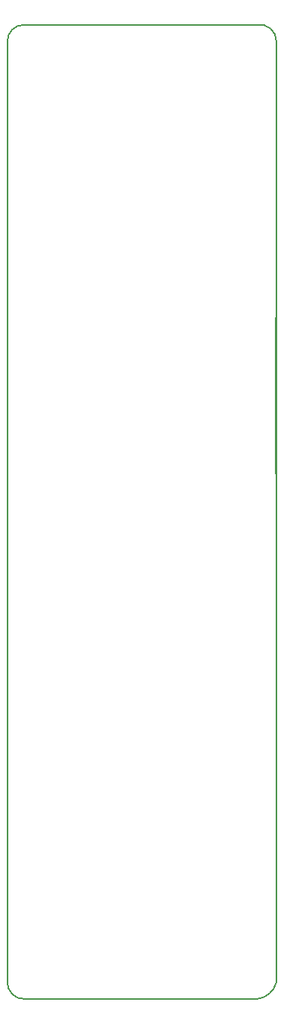
<source format=gbr>
G04 DipTrace 4.0.0.5*
G04 TopAssembly.gbr*
%MOIN*%
G04 #@! TF.FileFunction,Drawing,Top*
G04 #@! TF.Part,Single*
%ADD12C,0.005512*%
%ADD13C,0.004724*%
%FSLAX26Y26*%
G04*
G70*
G90*
G75*
G01*
G04 TopAssy*
%LPD*%
X1573143Y2705521D2*
D13*
Y3394497D1*
X468749Y393749D2*
D12*
X1493749D1*
G03X1581249Y468749I-7859J97711D01*
G01*
Y4606249D1*
G03X1493749Y4681249I-74327J1827D01*
G01*
X468749D1*
G03X393749Y4606249I-2643J-72357D01*
G01*
Y468749D1*
G03X468749Y393749I72357J-2643D01*
G01*
M02*

</source>
